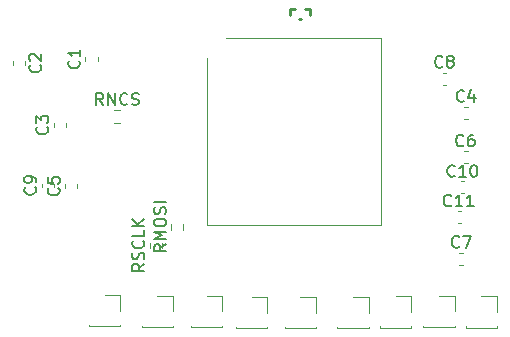
<source format=gbr>
%TF.GenerationSoftware,KiCad,Pcbnew,8.0.2-8.0.2-0~ubuntu20.04.1*%
%TF.CreationDate,2024-06-25T13:19:00+03:00*%
%TF.ProjectId,PCB_ADNS9800-Board_2024-06-24,5043425f-4144-44e5-9339-3830302d426f,rev?*%
%TF.SameCoordinates,Original*%
%TF.FileFunction,Legend,Top*%
%TF.FilePolarity,Positive*%
%FSLAX46Y46*%
G04 Gerber Fmt 4.6, Leading zero omitted, Abs format (unit mm)*
G04 Created by KiCad (PCBNEW 8.0.2-8.0.2-0~ubuntu20.04.1) date 2024-06-25 13:19:00*
%MOMM*%
%LPD*%
G01*
G04 APERTURE LIST*
%ADD10C,0.150000*%
%ADD11C,0.120000*%
%ADD12C,0.254000*%
G04 APERTURE END LIST*
D10*
X137450533Y-66696780D02*
X137402914Y-66744400D01*
X137402914Y-66744400D02*
X137260057Y-66792019D01*
X137260057Y-66792019D02*
X137164819Y-66792019D01*
X137164819Y-66792019D02*
X137021962Y-66744400D01*
X137021962Y-66744400D02*
X136926724Y-66649161D01*
X136926724Y-66649161D02*
X136879105Y-66553923D01*
X136879105Y-66553923D02*
X136831486Y-66363447D01*
X136831486Y-66363447D02*
X136831486Y-66220590D01*
X136831486Y-66220590D02*
X136879105Y-66030114D01*
X136879105Y-66030114D02*
X136926724Y-65934876D01*
X136926724Y-65934876D02*
X137021962Y-65839638D01*
X137021962Y-65839638D02*
X137164819Y-65792019D01*
X137164819Y-65792019D02*
X137260057Y-65792019D01*
X137260057Y-65792019D02*
X137402914Y-65839638D01*
X137402914Y-65839638D02*
X137450533Y-65887257D01*
X137783867Y-65792019D02*
X138450533Y-65792019D01*
X138450533Y-65792019D02*
X138021962Y-66792019D01*
X137856933Y-54352380D02*
X137809314Y-54400000D01*
X137809314Y-54400000D02*
X137666457Y-54447619D01*
X137666457Y-54447619D02*
X137571219Y-54447619D01*
X137571219Y-54447619D02*
X137428362Y-54400000D01*
X137428362Y-54400000D02*
X137333124Y-54304761D01*
X137333124Y-54304761D02*
X137285505Y-54209523D01*
X137285505Y-54209523D02*
X137237886Y-54019047D01*
X137237886Y-54019047D02*
X137237886Y-53876190D01*
X137237886Y-53876190D02*
X137285505Y-53685714D01*
X137285505Y-53685714D02*
X137333124Y-53590476D01*
X137333124Y-53590476D02*
X137428362Y-53495238D01*
X137428362Y-53495238D02*
X137571219Y-53447619D01*
X137571219Y-53447619D02*
X137666457Y-53447619D01*
X137666457Y-53447619D02*
X137809314Y-53495238D01*
X137809314Y-53495238D02*
X137856933Y-53542857D01*
X138714076Y-53780952D02*
X138714076Y-54447619D01*
X138475981Y-53400000D02*
X138237886Y-54114285D01*
X138237886Y-54114285D02*
X138856933Y-54114285D01*
X105253980Y-50982666D02*
X105301600Y-51030285D01*
X105301600Y-51030285D02*
X105349219Y-51173142D01*
X105349219Y-51173142D02*
X105349219Y-51268380D01*
X105349219Y-51268380D02*
X105301600Y-51411237D01*
X105301600Y-51411237D02*
X105206361Y-51506475D01*
X105206361Y-51506475D02*
X105111123Y-51554094D01*
X105111123Y-51554094D02*
X104920647Y-51601713D01*
X104920647Y-51601713D02*
X104777790Y-51601713D01*
X104777790Y-51601713D02*
X104587314Y-51554094D01*
X104587314Y-51554094D02*
X104492076Y-51506475D01*
X104492076Y-51506475D02*
X104396838Y-51411237D01*
X104396838Y-51411237D02*
X104349219Y-51268380D01*
X104349219Y-51268380D02*
X104349219Y-51173142D01*
X104349219Y-51173142D02*
X104396838Y-51030285D01*
X104396838Y-51030285D02*
X104444457Y-50982666D01*
X105349219Y-50030285D02*
X105349219Y-50601713D01*
X105349219Y-50315999D02*
X104349219Y-50315999D01*
X104349219Y-50315999D02*
X104492076Y-50411237D01*
X104492076Y-50411237D02*
X104587314Y-50506475D01*
X104587314Y-50506475D02*
X104634933Y-50601713D01*
X137806133Y-58119180D02*
X137758514Y-58166800D01*
X137758514Y-58166800D02*
X137615657Y-58214419D01*
X137615657Y-58214419D02*
X137520419Y-58214419D01*
X137520419Y-58214419D02*
X137377562Y-58166800D01*
X137377562Y-58166800D02*
X137282324Y-58071561D01*
X137282324Y-58071561D02*
X137234705Y-57976323D01*
X137234705Y-57976323D02*
X137187086Y-57785847D01*
X137187086Y-57785847D02*
X137187086Y-57642990D01*
X137187086Y-57642990D02*
X137234705Y-57452514D01*
X137234705Y-57452514D02*
X137282324Y-57357276D01*
X137282324Y-57357276D02*
X137377562Y-57262038D01*
X137377562Y-57262038D02*
X137520419Y-57214419D01*
X137520419Y-57214419D02*
X137615657Y-57214419D01*
X137615657Y-57214419D02*
X137758514Y-57262038D01*
X137758514Y-57262038D02*
X137806133Y-57309657D01*
X138663276Y-57214419D02*
X138472800Y-57214419D01*
X138472800Y-57214419D02*
X138377562Y-57262038D01*
X138377562Y-57262038D02*
X138329943Y-57309657D01*
X138329943Y-57309657D02*
X138234705Y-57452514D01*
X138234705Y-57452514D02*
X138187086Y-57642990D01*
X138187086Y-57642990D02*
X138187086Y-58023942D01*
X138187086Y-58023942D02*
X138234705Y-58119180D01*
X138234705Y-58119180D02*
X138282324Y-58166800D01*
X138282324Y-58166800D02*
X138377562Y-58214419D01*
X138377562Y-58214419D02*
X138568038Y-58214419D01*
X138568038Y-58214419D02*
X138663276Y-58166800D01*
X138663276Y-58166800D02*
X138710895Y-58119180D01*
X138710895Y-58119180D02*
X138758514Y-58023942D01*
X138758514Y-58023942D02*
X138758514Y-57785847D01*
X138758514Y-57785847D02*
X138710895Y-57690609D01*
X138710895Y-57690609D02*
X138663276Y-57642990D01*
X138663276Y-57642990D02*
X138568038Y-57595371D01*
X138568038Y-57595371D02*
X138377562Y-57595371D01*
X138377562Y-57595371D02*
X138282324Y-57642990D01*
X138282324Y-57642990D02*
X138234705Y-57690609D01*
X138234705Y-57690609D02*
X138187086Y-57785847D01*
X103526780Y-61745866D02*
X103574400Y-61793485D01*
X103574400Y-61793485D02*
X103622019Y-61936342D01*
X103622019Y-61936342D02*
X103622019Y-62031580D01*
X103622019Y-62031580D02*
X103574400Y-62174437D01*
X103574400Y-62174437D02*
X103479161Y-62269675D01*
X103479161Y-62269675D02*
X103383923Y-62317294D01*
X103383923Y-62317294D02*
X103193447Y-62364913D01*
X103193447Y-62364913D02*
X103050590Y-62364913D01*
X103050590Y-62364913D02*
X102860114Y-62317294D01*
X102860114Y-62317294D02*
X102764876Y-62269675D01*
X102764876Y-62269675D02*
X102669638Y-62174437D01*
X102669638Y-62174437D02*
X102622019Y-62031580D01*
X102622019Y-62031580D02*
X102622019Y-61936342D01*
X102622019Y-61936342D02*
X102669638Y-61793485D01*
X102669638Y-61793485D02*
X102717257Y-61745866D01*
X102622019Y-60841104D02*
X102622019Y-61317294D01*
X102622019Y-61317294D02*
X103098209Y-61364913D01*
X103098209Y-61364913D02*
X103050590Y-61317294D01*
X103050590Y-61317294D02*
X103002971Y-61222056D01*
X103002971Y-61222056D02*
X103002971Y-60983961D01*
X103002971Y-60983961D02*
X103050590Y-60888723D01*
X103050590Y-60888723D02*
X103098209Y-60841104D01*
X103098209Y-60841104D02*
X103193447Y-60793485D01*
X103193447Y-60793485D02*
X103431542Y-60793485D01*
X103431542Y-60793485D02*
X103526780Y-60841104D01*
X103526780Y-60841104D02*
X103574400Y-60888723D01*
X103574400Y-60888723D02*
X103622019Y-60983961D01*
X103622019Y-60983961D02*
X103622019Y-61222056D01*
X103622019Y-61222056D02*
X103574400Y-61317294D01*
X103574400Y-61317294D02*
X103526780Y-61364913D01*
X102561580Y-56564266D02*
X102609200Y-56611885D01*
X102609200Y-56611885D02*
X102656819Y-56754742D01*
X102656819Y-56754742D02*
X102656819Y-56849980D01*
X102656819Y-56849980D02*
X102609200Y-56992837D01*
X102609200Y-56992837D02*
X102513961Y-57088075D01*
X102513961Y-57088075D02*
X102418723Y-57135694D01*
X102418723Y-57135694D02*
X102228247Y-57183313D01*
X102228247Y-57183313D02*
X102085390Y-57183313D01*
X102085390Y-57183313D02*
X101894914Y-57135694D01*
X101894914Y-57135694D02*
X101799676Y-57088075D01*
X101799676Y-57088075D02*
X101704438Y-56992837D01*
X101704438Y-56992837D02*
X101656819Y-56849980D01*
X101656819Y-56849980D02*
X101656819Y-56754742D01*
X101656819Y-56754742D02*
X101704438Y-56611885D01*
X101704438Y-56611885D02*
X101752057Y-56564266D01*
X101656819Y-56230932D02*
X101656819Y-55611885D01*
X101656819Y-55611885D02*
X102037771Y-55945218D01*
X102037771Y-55945218D02*
X102037771Y-55802361D01*
X102037771Y-55802361D02*
X102085390Y-55707123D01*
X102085390Y-55707123D02*
X102133009Y-55659504D01*
X102133009Y-55659504D02*
X102228247Y-55611885D01*
X102228247Y-55611885D02*
X102466342Y-55611885D01*
X102466342Y-55611885D02*
X102561580Y-55659504D01*
X102561580Y-55659504D02*
X102609200Y-55707123D01*
X102609200Y-55707123D02*
X102656819Y-55802361D01*
X102656819Y-55802361D02*
X102656819Y-56088075D01*
X102656819Y-56088075D02*
X102609200Y-56183313D01*
X102609200Y-56183313D02*
X102561580Y-56230932D01*
X112613619Y-66523999D02*
X112137428Y-66857332D01*
X112613619Y-67095427D02*
X111613619Y-67095427D01*
X111613619Y-67095427D02*
X111613619Y-66714475D01*
X111613619Y-66714475D02*
X111661238Y-66619237D01*
X111661238Y-66619237D02*
X111708857Y-66571618D01*
X111708857Y-66571618D02*
X111804095Y-66523999D01*
X111804095Y-66523999D02*
X111946952Y-66523999D01*
X111946952Y-66523999D02*
X112042190Y-66571618D01*
X112042190Y-66571618D02*
X112089809Y-66619237D01*
X112089809Y-66619237D02*
X112137428Y-66714475D01*
X112137428Y-66714475D02*
X112137428Y-67095427D01*
X112613619Y-66095427D02*
X111613619Y-66095427D01*
X111613619Y-66095427D02*
X112327904Y-65762094D01*
X112327904Y-65762094D02*
X111613619Y-65428761D01*
X111613619Y-65428761D02*
X112613619Y-65428761D01*
X111613619Y-64762094D02*
X111613619Y-64571618D01*
X111613619Y-64571618D02*
X111661238Y-64476380D01*
X111661238Y-64476380D02*
X111756476Y-64381142D01*
X111756476Y-64381142D02*
X111946952Y-64333523D01*
X111946952Y-64333523D02*
X112280285Y-64333523D01*
X112280285Y-64333523D02*
X112470761Y-64381142D01*
X112470761Y-64381142D02*
X112566000Y-64476380D01*
X112566000Y-64476380D02*
X112613619Y-64571618D01*
X112613619Y-64571618D02*
X112613619Y-64762094D01*
X112613619Y-64762094D02*
X112566000Y-64857332D01*
X112566000Y-64857332D02*
X112470761Y-64952570D01*
X112470761Y-64952570D02*
X112280285Y-65000189D01*
X112280285Y-65000189D02*
X111946952Y-65000189D01*
X111946952Y-65000189D02*
X111756476Y-64952570D01*
X111756476Y-64952570D02*
X111661238Y-64857332D01*
X111661238Y-64857332D02*
X111613619Y-64762094D01*
X112566000Y-63952570D02*
X112613619Y-63809713D01*
X112613619Y-63809713D02*
X112613619Y-63571618D01*
X112613619Y-63571618D02*
X112566000Y-63476380D01*
X112566000Y-63476380D02*
X112518380Y-63428761D01*
X112518380Y-63428761D02*
X112423142Y-63381142D01*
X112423142Y-63381142D02*
X112327904Y-63381142D01*
X112327904Y-63381142D02*
X112232666Y-63428761D01*
X112232666Y-63428761D02*
X112185047Y-63476380D01*
X112185047Y-63476380D02*
X112137428Y-63571618D01*
X112137428Y-63571618D02*
X112089809Y-63762094D01*
X112089809Y-63762094D02*
X112042190Y-63857332D01*
X112042190Y-63857332D02*
X111994571Y-63904951D01*
X111994571Y-63904951D02*
X111899333Y-63952570D01*
X111899333Y-63952570D02*
X111804095Y-63952570D01*
X111804095Y-63952570D02*
X111708857Y-63904951D01*
X111708857Y-63904951D02*
X111661238Y-63857332D01*
X111661238Y-63857332D02*
X111613619Y-63762094D01*
X111613619Y-63762094D02*
X111613619Y-63523999D01*
X111613619Y-63523999D02*
X111661238Y-63381142D01*
X112613619Y-62952570D02*
X111613619Y-62952570D01*
X110784819Y-68170228D02*
X110308628Y-68503561D01*
X110784819Y-68741656D02*
X109784819Y-68741656D01*
X109784819Y-68741656D02*
X109784819Y-68360704D01*
X109784819Y-68360704D02*
X109832438Y-68265466D01*
X109832438Y-68265466D02*
X109880057Y-68217847D01*
X109880057Y-68217847D02*
X109975295Y-68170228D01*
X109975295Y-68170228D02*
X110118152Y-68170228D01*
X110118152Y-68170228D02*
X110213390Y-68217847D01*
X110213390Y-68217847D02*
X110261009Y-68265466D01*
X110261009Y-68265466D02*
X110308628Y-68360704D01*
X110308628Y-68360704D02*
X110308628Y-68741656D01*
X110737200Y-67789275D02*
X110784819Y-67646418D01*
X110784819Y-67646418D02*
X110784819Y-67408323D01*
X110784819Y-67408323D02*
X110737200Y-67313085D01*
X110737200Y-67313085D02*
X110689580Y-67265466D01*
X110689580Y-67265466D02*
X110594342Y-67217847D01*
X110594342Y-67217847D02*
X110499104Y-67217847D01*
X110499104Y-67217847D02*
X110403866Y-67265466D01*
X110403866Y-67265466D02*
X110356247Y-67313085D01*
X110356247Y-67313085D02*
X110308628Y-67408323D01*
X110308628Y-67408323D02*
X110261009Y-67598799D01*
X110261009Y-67598799D02*
X110213390Y-67694037D01*
X110213390Y-67694037D02*
X110165771Y-67741656D01*
X110165771Y-67741656D02*
X110070533Y-67789275D01*
X110070533Y-67789275D02*
X109975295Y-67789275D01*
X109975295Y-67789275D02*
X109880057Y-67741656D01*
X109880057Y-67741656D02*
X109832438Y-67694037D01*
X109832438Y-67694037D02*
X109784819Y-67598799D01*
X109784819Y-67598799D02*
X109784819Y-67360704D01*
X109784819Y-67360704D02*
X109832438Y-67217847D01*
X110689580Y-66217847D02*
X110737200Y-66265466D01*
X110737200Y-66265466D02*
X110784819Y-66408323D01*
X110784819Y-66408323D02*
X110784819Y-66503561D01*
X110784819Y-66503561D02*
X110737200Y-66646418D01*
X110737200Y-66646418D02*
X110641961Y-66741656D01*
X110641961Y-66741656D02*
X110546723Y-66789275D01*
X110546723Y-66789275D02*
X110356247Y-66836894D01*
X110356247Y-66836894D02*
X110213390Y-66836894D01*
X110213390Y-66836894D02*
X110022914Y-66789275D01*
X110022914Y-66789275D02*
X109927676Y-66741656D01*
X109927676Y-66741656D02*
X109832438Y-66646418D01*
X109832438Y-66646418D02*
X109784819Y-66503561D01*
X109784819Y-66503561D02*
X109784819Y-66408323D01*
X109784819Y-66408323D02*
X109832438Y-66265466D01*
X109832438Y-66265466D02*
X109880057Y-66217847D01*
X110784819Y-65313085D02*
X110784819Y-65789275D01*
X110784819Y-65789275D02*
X109784819Y-65789275D01*
X110784819Y-64979751D02*
X109784819Y-64979751D01*
X110784819Y-64408323D02*
X110213390Y-64836894D01*
X109784819Y-64408323D02*
X110356247Y-64979751D01*
X107318323Y-54701619D02*
X106984990Y-54225428D01*
X106746895Y-54701619D02*
X106746895Y-53701619D01*
X106746895Y-53701619D02*
X107127847Y-53701619D01*
X107127847Y-53701619D02*
X107223085Y-53749238D01*
X107223085Y-53749238D02*
X107270704Y-53796857D01*
X107270704Y-53796857D02*
X107318323Y-53892095D01*
X107318323Y-53892095D02*
X107318323Y-54034952D01*
X107318323Y-54034952D02*
X107270704Y-54130190D01*
X107270704Y-54130190D02*
X107223085Y-54177809D01*
X107223085Y-54177809D02*
X107127847Y-54225428D01*
X107127847Y-54225428D02*
X106746895Y-54225428D01*
X107746895Y-54701619D02*
X107746895Y-53701619D01*
X107746895Y-53701619D02*
X108318323Y-54701619D01*
X108318323Y-54701619D02*
X108318323Y-53701619D01*
X109365942Y-54606380D02*
X109318323Y-54654000D01*
X109318323Y-54654000D02*
X109175466Y-54701619D01*
X109175466Y-54701619D02*
X109080228Y-54701619D01*
X109080228Y-54701619D02*
X108937371Y-54654000D01*
X108937371Y-54654000D02*
X108842133Y-54558761D01*
X108842133Y-54558761D02*
X108794514Y-54463523D01*
X108794514Y-54463523D02*
X108746895Y-54273047D01*
X108746895Y-54273047D02*
X108746895Y-54130190D01*
X108746895Y-54130190D02*
X108794514Y-53939714D01*
X108794514Y-53939714D02*
X108842133Y-53844476D01*
X108842133Y-53844476D02*
X108937371Y-53749238D01*
X108937371Y-53749238D02*
X109080228Y-53701619D01*
X109080228Y-53701619D02*
X109175466Y-53701619D01*
X109175466Y-53701619D02*
X109318323Y-53749238D01*
X109318323Y-53749238D02*
X109365942Y-53796857D01*
X109746895Y-54654000D02*
X109889752Y-54701619D01*
X109889752Y-54701619D02*
X110127847Y-54701619D01*
X110127847Y-54701619D02*
X110223085Y-54654000D01*
X110223085Y-54654000D02*
X110270704Y-54606380D01*
X110270704Y-54606380D02*
X110318323Y-54511142D01*
X110318323Y-54511142D02*
X110318323Y-54415904D01*
X110318323Y-54415904D02*
X110270704Y-54320666D01*
X110270704Y-54320666D02*
X110223085Y-54273047D01*
X110223085Y-54273047D02*
X110127847Y-54225428D01*
X110127847Y-54225428D02*
X109937371Y-54177809D01*
X109937371Y-54177809D02*
X109842133Y-54130190D01*
X109842133Y-54130190D02*
X109794514Y-54082571D01*
X109794514Y-54082571D02*
X109746895Y-53987333D01*
X109746895Y-53987333D02*
X109746895Y-53892095D01*
X109746895Y-53892095D02*
X109794514Y-53796857D01*
X109794514Y-53796857D02*
X109842133Y-53749238D01*
X109842133Y-53749238D02*
X109937371Y-53701619D01*
X109937371Y-53701619D02*
X110175466Y-53701619D01*
X110175466Y-53701619D02*
X110318323Y-53749238D01*
X137075942Y-60709980D02*
X137028323Y-60757600D01*
X137028323Y-60757600D02*
X136885466Y-60805219D01*
X136885466Y-60805219D02*
X136790228Y-60805219D01*
X136790228Y-60805219D02*
X136647371Y-60757600D01*
X136647371Y-60757600D02*
X136552133Y-60662361D01*
X136552133Y-60662361D02*
X136504514Y-60567123D01*
X136504514Y-60567123D02*
X136456895Y-60376647D01*
X136456895Y-60376647D02*
X136456895Y-60233790D01*
X136456895Y-60233790D02*
X136504514Y-60043314D01*
X136504514Y-60043314D02*
X136552133Y-59948076D01*
X136552133Y-59948076D02*
X136647371Y-59852838D01*
X136647371Y-59852838D02*
X136790228Y-59805219D01*
X136790228Y-59805219D02*
X136885466Y-59805219D01*
X136885466Y-59805219D02*
X137028323Y-59852838D01*
X137028323Y-59852838D02*
X137075942Y-59900457D01*
X138028323Y-60805219D02*
X137456895Y-60805219D01*
X137742609Y-60805219D02*
X137742609Y-59805219D01*
X137742609Y-59805219D02*
X137647371Y-59948076D01*
X137647371Y-59948076D02*
X137552133Y-60043314D01*
X137552133Y-60043314D02*
X137456895Y-60090933D01*
X138647371Y-59805219D02*
X138742609Y-59805219D01*
X138742609Y-59805219D02*
X138837847Y-59852838D01*
X138837847Y-59852838D02*
X138885466Y-59900457D01*
X138885466Y-59900457D02*
X138933085Y-59995695D01*
X138933085Y-59995695D02*
X138980704Y-60186171D01*
X138980704Y-60186171D02*
X138980704Y-60424266D01*
X138980704Y-60424266D02*
X138933085Y-60614742D01*
X138933085Y-60614742D02*
X138885466Y-60709980D01*
X138885466Y-60709980D02*
X138837847Y-60757600D01*
X138837847Y-60757600D02*
X138742609Y-60805219D01*
X138742609Y-60805219D02*
X138647371Y-60805219D01*
X138647371Y-60805219D02*
X138552133Y-60757600D01*
X138552133Y-60757600D02*
X138504514Y-60709980D01*
X138504514Y-60709980D02*
X138456895Y-60614742D01*
X138456895Y-60614742D02*
X138409276Y-60424266D01*
X138409276Y-60424266D02*
X138409276Y-60186171D01*
X138409276Y-60186171D02*
X138456895Y-59995695D01*
X138456895Y-59995695D02*
X138504514Y-59900457D01*
X138504514Y-59900457D02*
X138552133Y-59852838D01*
X138552133Y-59852838D02*
X138647371Y-59805219D01*
X136771142Y-63199180D02*
X136723523Y-63246800D01*
X136723523Y-63246800D02*
X136580666Y-63294419D01*
X136580666Y-63294419D02*
X136485428Y-63294419D01*
X136485428Y-63294419D02*
X136342571Y-63246800D01*
X136342571Y-63246800D02*
X136247333Y-63151561D01*
X136247333Y-63151561D02*
X136199714Y-63056323D01*
X136199714Y-63056323D02*
X136152095Y-62865847D01*
X136152095Y-62865847D02*
X136152095Y-62722990D01*
X136152095Y-62722990D02*
X136199714Y-62532514D01*
X136199714Y-62532514D02*
X136247333Y-62437276D01*
X136247333Y-62437276D02*
X136342571Y-62342038D01*
X136342571Y-62342038D02*
X136485428Y-62294419D01*
X136485428Y-62294419D02*
X136580666Y-62294419D01*
X136580666Y-62294419D02*
X136723523Y-62342038D01*
X136723523Y-62342038D02*
X136771142Y-62389657D01*
X137723523Y-63294419D02*
X137152095Y-63294419D01*
X137437809Y-63294419D02*
X137437809Y-62294419D01*
X137437809Y-62294419D02*
X137342571Y-62437276D01*
X137342571Y-62437276D02*
X137247333Y-62532514D01*
X137247333Y-62532514D02*
X137152095Y-62580133D01*
X138675904Y-63294419D02*
X138104476Y-63294419D01*
X138390190Y-63294419D02*
X138390190Y-62294419D01*
X138390190Y-62294419D02*
X138294952Y-62437276D01*
X138294952Y-62437276D02*
X138199714Y-62532514D01*
X138199714Y-62532514D02*
X138104476Y-62580133D01*
X101545580Y-61685466D02*
X101593200Y-61733085D01*
X101593200Y-61733085D02*
X101640819Y-61875942D01*
X101640819Y-61875942D02*
X101640819Y-61971180D01*
X101640819Y-61971180D02*
X101593200Y-62114037D01*
X101593200Y-62114037D02*
X101497961Y-62209275D01*
X101497961Y-62209275D02*
X101402723Y-62256894D01*
X101402723Y-62256894D02*
X101212247Y-62304513D01*
X101212247Y-62304513D02*
X101069390Y-62304513D01*
X101069390Y-62304513D02*
X100878914Y-62256894D01*
X100878914Y-62256894D02*
X100783676Y-62209275D01*
X100783676Y-62209275D02*
X100688438Y-62114037D01*
X100688438Y-62114037D02*
X100640819Y-61971180D01*
X100640819Y-61971180D02*
X100640819Y-61875942D01*
X100640819Y-61875942D02*
X100688438Y-61733085D01*
X100688438Y-61733085D02*
X100736057Y-61685466D01*
X101640819Y-61209275D02*
X101640819Y-61018799D01*
X101640819Y-61018799D02*
X101593200Y-60923561D01*
X101593200Y-60923561D02*
X101545580Y-60875942D01*
X101545580Y-60875942D02*
X101402723Y-60780704D01*
X101402723Y-60780704D02*
X101212247Y-60733085D01*
X101212247Y-60733085D02*
X100831295Y-60733085D01*
X100831295Y-60733085D02*
X100736057Y-60780704D01*
X100736057Y-60780704D02*
X100688438Y-60828323D01*
X100688438Y-60828323D02*
X100640819Y-60923561D01*
X100640819Y-60923561D02*
X100640819Y-61114037D01*
X100640819Y-61114037D02*
X100688438Y-61209275D01*
X100688438Y-61209275D02*
X100736057Y-61256894D01*
X100736057Y-61256894D02*
X100831295Y-61304513D01*
X100831295Y-61304513D02*
X101069390Y-61304513D01*
X101069390Y-61304513D02*
X101164628Y-61256894D01*
X101164628Y-61256894D02*
X101212247Y-61209275D01*
X101212247Y-61209275D02*
X101259866Y-61114037D01*
X101259866Y-61114037D02*
X101259866Y-60923561D01*
X101259866Y-60923561D02*
X101212247Y-60828323D01*
X101212247Y-60828323D02*
X101164628Y-60780704D01*
X101164628Y-60780704D02*
X101069390Y-60733085D01*
X101967180Y-51331866D02*
X102014800Y-51379485D01*
X102014800Y-51379485D02*
X102062419Y-51522342D01*
X102062419Y-51522342D02*
X102062419Y-51617580D01*
X102062419Y-51617580D02*
X102014800Y-51760437D01*
X102014800Y-51760437D02*
X101919561Y-51855675D01*
X101919561Y-51855675D02*
X101824323Y-51903294D01*
X101824323Y-51903294D02*
X101633847Y-51950913D01*
X101633847Y-51950913D02*
X101490990Y-51950913D01*
X101490990Y-51950913D02*
X101300514Y-51903294D01*
X101300514Y-51903294D02*
X101205276Y-51855675D01*
X101205276Y-51855675D02*
X101110038Y-51760437D01*
X101110038Y-51760437D02*
X101062419Y-51617580D01*
X101062419Y-51617580D02*
X101062419Y-51522342D01*
X101062419Y-51522342D02*
X101110038Y-51379485D01*
X101110038Y-51379485D02*
X101157657Y-51331866D01*
X101157657Y-50950913D02*
X101110038Y-50903294D01*
X101110038Y-50903294D02*
X101062419Y-50808056D01*
X101062419Y-50808056D02*
X101062419Y-50569961D01*
X101062419Y-50569961D02*
X101110038Y-50474723D01*
X101110038Y-50474723D02*
X101157657Y-50427104D01*
X101157657Y-50427104D02*
X101252895Y-50379485D01*
X101252895Y-50379485D02*
X101348133Y-50379485D01*
X101348133Y-50379485D02*
X101490990Y-50427104D01*
X101490990Y-50427104D02*
X102062419Y-50998532D01*
X102062419Y-50998532D02*
X102062419Y-50379485D01*
X136028133Y-51456780D02*
X135980514Y-51504400D01*
X135980514Y-51504400D02*
X135837657Y-51552019D01*
X135837657Y-51552019D02*
X135742419Y-51552019D01*
X135742419Y-51552019D02*
X135599562Y-51504400D01*
X135599562Y-51504400D02*
X135504324Y-51409161D01*
X135504324Y-51409161D02*
X135456705Y-51313923D01*
X135456705Y-51313923D02*
X135409086Y-51123447D01*
X135409086Y-51123447D02*
X135409086Y-50980590D01*
X135409086Y-50980590D02*
X135456705Y-50790114D01*
X135456705Y-50790114D02*
X135504324Y-50694876D01*
X135504324Y-50694876D02*
X135599562Y-50599638D01*
X135599562Y-50599638D02*
X135742419Y-50552019D01*
X135742419Y-50552019D02*
X135837657Y-50552019D01*
X135837657Y-50552019D02*
X135980514Y-50599638D01*
X135980514Y-50599638D02*
X136028133Y-50647257D01*
X136599562Y-50980590D02*
X136504324Y-50932971D01*
X136504324Y-50932971D02*
X136456705Y-50885352D01*
X136456705Y-50885352D02*
X136409086Y-50790114D01*
X136409086Y-50790114D02*
X136409086Y-50742495D01*
X136409086Y-50742495D02*
X136456705Y-50647257D01*
X136456705Y-50647257D02*
X136504324Y-50599638D01*
X136504324Y-50599638D02*
X136599562Y-50552019D01*
X136599562Y-50552019D02*
X136790038Y-50552019D01*
X136790038Y-50552019D02*
X136885276Y-50599638D01*
X136885276Y-50599638D02*
X136932895Y-50647257D01*
X136932895Y-50647257D02*
X136980514Y-50742495D01*
X136980514Y-50742495D02*
X136980514Y-50790114D01*
X136980514Y-50790114D02*
X136932895Y-50885352D01*
X136932895Y-50885352D02*
X136885276Y-50932971D01*
X136885276Y-50932971D02*
X136790038Y-50980590D01*
X136790038Y-50980590D02*
X136599562Y-50980590D01*
X136599562Y-50980590D02*
X136504324Y-51028209D01*
X136504324Y-51028209D02*
X136456705Y-51075828D01*
X136456705Y-51075828D02*
X136409086Y-51171066D01*
X136409086Y-51171066D02*
X136409086Y-51361542D01*
X136409086Y-51361542D02*
X136456705Y-51456780D01*
X136456705Y-51456780D02*
X136504324Y-51504400D01*
X136504324Y-51504400D02*
X136599562Y-51552019D01*
X136599562Y-51552019D02*
X136790038Y-51552019D01*
X136790038Y-51552019D02*
X136885276Y-51504400D01*
X136885276Y-51504400D02*
X136932895Y-51456780D01*
X136932895Y-51456780D02*
X136980514Y-51361542D01*
X136980514Y-51361542D02*
X136980514Y-51171066D01*
X136980514Y-51171066D02*
X136932895Y-51075828D01*
X136932895Y-51075828D02*
X136885276Y-51028209D01*
X136885276Y-51028209D02*
X136790038Y-50980590D01*
D11*
%TO.C,REF\u002A\u002A*%
X130750000Y-73447600D02*
X130750000Y-73567600D01*
X130750000Y-73567600D02*
X133410000Y-73567600D01*
X132080000Y-70907600D02*
X133410000Y-70907600D01*
X133410000Y-70907600D02*
X133410000Y-72237600D01*
X133410000Y-73447600D02*
X133410000Y-73567600D01*
X138014400Y-73447600D02*
X138014400Y-73567600D01*
X138014400Y-73567600D02*
X140674400Y-73567600D01*
X139344400Y-70907600D02*
X140674400Y-70907600D01*
X140674400Y-70907600D02*
X140674400Y-72237600D01*
X140674400Y-73447600D02*
X140674400Y-73567600D01*
X122672800Y-73498400D02*
X122672800Y-73618400D01*
X122672800Y-73618400D02*
X125332800Y-73618400D01*
X124002800Y-70958400D02*
X125332800Y-70958400D01*
X125332800Y-70958400D02*
X125332800Y-72288400D01*
X125332800Y-73498400D02*
X125332800Y-73618400D01*
X134407600Y-73396800D02*
X134407600Y-73516800D01*
X134407600Y-73516800D02*
X137067600Y-73516800D01*
X135737600Y-70856800D02*
X137067600Y-70856800D01*
X137067600Y-70856800D02*
X137067600Y-72186800D01*
X137067600Y-73396800D02*
X137067600Y-73516800D01*
X127143200Y-73498400D02*
X127143200Y-73618400D01*
X127143200Y-73618400D02*
X129803200Y-73618400D01*
X128473200Y-70958400D02*
X129803200Y-70958400D01*
X129803200Y-70958400D02*
X129803200Y-72288400D01*
X129803200Y-73498400D02*
X129803200Y-73618400D01*
X106112000Y-73346000D02*
X106112000Y-73466000D01*
X106112000Y-73466000D02*
X108772000Y-73466000D01*
X107442000Y-70806000D02*
X108772000Y-70806000D01*
X108772000Y-70806000D02*
X108772000Y-72136000D01*
X108772000Y-73346000D02*
X108772000Y-73466000D01*
X121218000Y-73498400D02*
X121218000Y-73618400D01*
X121218000Y-70958400D02*
X121218000Y-72288400D01*
X119888000Y-70958400D02*
X121218000Y-70958400D01*
X118558000Y-73618400D02*
X121218000Y-73618400D01*
X118558000Y-73498400D02*
X118558000Y-73618400D01*
X110582400Y-73396800D02*
X110582400Y-73516800D01*
X110582400Y-73516800D02*
X113242400Y-73516800D01*
X111912400Y-70856800D02*
X113242400Y-70856800D01*
X113242400Y-70856800D02*
X113242400Y-72186800D01*
X113242400Y-73396800D02*
X113242400Y-73516800D01*
X117408000Y-73396800D02*
X117408000Y-73516800D01*
X117408000Y-70856800D02*
X117408000Y-72186800D01*
X116078000Y-70856800D02*
X117408000Y-70856800D01*
X114748000Y-73516800D02*
X117408000Y-73516800D01*
X114748000Y-73396800D02*
X114748000Y-73516800D01*
%TO.C,C7*%
X137476620Y-67257200D02*
X137757780Y-67257200D01*
X137476620Y-68277200D02*
X137757780Y-68277200D01*
%TO.C,C4*%
X137883020Y-54912800D02*
X138164180Y-54912800D01*
X137883020Y-55932800D02*
X138164180Y-55932800D01*
%TO.C,C1*%
X105814400Y-50956580D02*
X105814400Y-50675420D01*
X106834400Y-50956580D02*
X106834400Y-50675420D01*
%TO.C,C6*%
X137883020Y-58570400D02*
X138164180Y-58570400D01*
X137883020Y-59590400D02*
X138164180Y-59590400D01*
%TO.C,C5*%
X104087200Y-61719780D02*
X104087200Y-61438620D01*
X105107200Y-61719780D02*
X105107200Y-61438620D01*
%TO.C,C3*%
X104142000Y-56538180D02*
X104142000Y-56257020D01*
X103122000Y-56538180D02*
X103122000Y-56257020D01*
%TO.C,RMOSI*%
X113066300Y-65261258D02*
X113066300Y-64786742D01*
X114111300Y-65261258D02*
X114111300Y-64786742D01*
%TO.C,RSCLK*%
X111237500Y-66836058D02*
X111237500Y-66361542D01*
X112282500Y-66836058D02*
X112282500Y-66361542D01*
%TO.C,RNCS*%
X108271542Y-56199300D02*
X108746058Y-56199300D01*
X108271542Y-55154300D02*
X108746058Y-55154300D01*
%TO.C,U1*%
X116094800Y-64886600D02*
X116094800Y-50736600D01*
X117694800Y-49036600D02*
X130794800Y-49036600D01*
X130794800Y-49036600D02*
X130794800Y-64886600D01*
X130794800Y-64886600D02*
X116094800Y-64886600D01*
D12*
%TO.C,T1*%
X123102000Y-46599600D02*
X123102000Y-47067600D01*
X123524000Y-46599600D02*
X123102000Y-46599600D01*
X124029000Y-47399600D02*
X123875000Y-47399600D01*
X124802000Y-46599600D02*
X124380000Y-46599600D01*
X124802000Y-46599600D02*
X124802000Y-47067600D01*
D11*
%TO.C,C10*%
X137602220Y-61110400D02*
X137883380Y-61110400D01*
X137602220Y-62130400D02*
X137883380Y-62130400D01*
%TO.C,C11*%
X137324220Y-63650400D02*
X137605380Y-63650400D01*
X137324220Y-64670400D02*
X137605380Y-64670400D01*
%TO.C,C9*%
X102106000Y-61659380D02*
X102106000Y-61378220D01*
X103126000Y-61659380D02*
X103126000Y-61378220D01*
%TO.C,C2*%
X100687600Y-51024620D02*
X100687600Y-51305780D01*
X99667600Y-51024620D02*
X99667600Y-51305780D01*
%TO.C,C8*%
X136054220Y-52017200D02*
X136335380Y-52017200D01*
X136054220Y-53037200D02*
X136335380Y-53037200D01*
%TD*%
M02*

</source>
